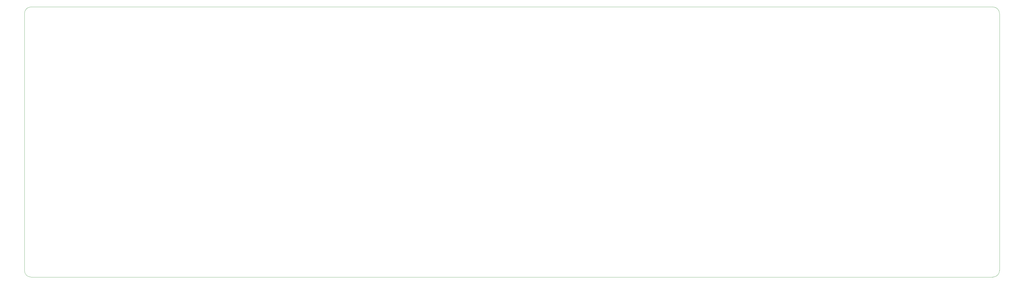
<source format=gm1>
G04 #@! TF.GenerationSoftware,KiCad,Pcbnew,8.0.7*
G04 #@! TF.CreationDate,2025-01-01T13:35:19+11:00*
G04 #@! TF.ProjectId,Mainpcb,4d61696e-7063-4622-9e6b-696361645f70,rev?*
G04 #@! TF.SameCoordinates,Original*
G04 #@! TF.FileFunction,Profile,NP*
%FSLAX46Y46*%
G04 Gerber Fmt 4.6, Leading zero omitted, Abs format (unit mm)*
G04 Created by KiCad (PCBNEW 8.0.7) date 2025-01-01 13:35:19*
%MOMM*%
%LPD*%
G01*
G04 APERTURE LIST*
G04 #@! TA.AperFunction,Profile*
%ADD10C,0.100000*%
G04 #@! TD*
G04 APERTURE END LIST*
D10*
X20000000Y-20381300D02*
X20000000Y-115818700D01*
X381561090Y-20475000D02*
X381561090Y-115725000D01*
X379086090Y-18000000D02*
X22381300Y-18000000D01*
X379086090Y-118200000D02*
X22381300Y-118200000D01*
X22381300Y-118200000D02*
G75*
G02*
X20000000Y-115818700I0J2381300D01*
G01*
X379086090Y-18000000D02*
G75*
G02*
X381561100Y-20475000I10J-2475000D01*
G01*
X381561090Y-115725000D02*
G75*
G02*
X379086090Y-118199990I-2474990J0D01*
G01*
X20000000Y-20381300D02*
G75*
G02*
X22381300Y-18000000I2381300J0D01*
G01*
M02*

</source>
